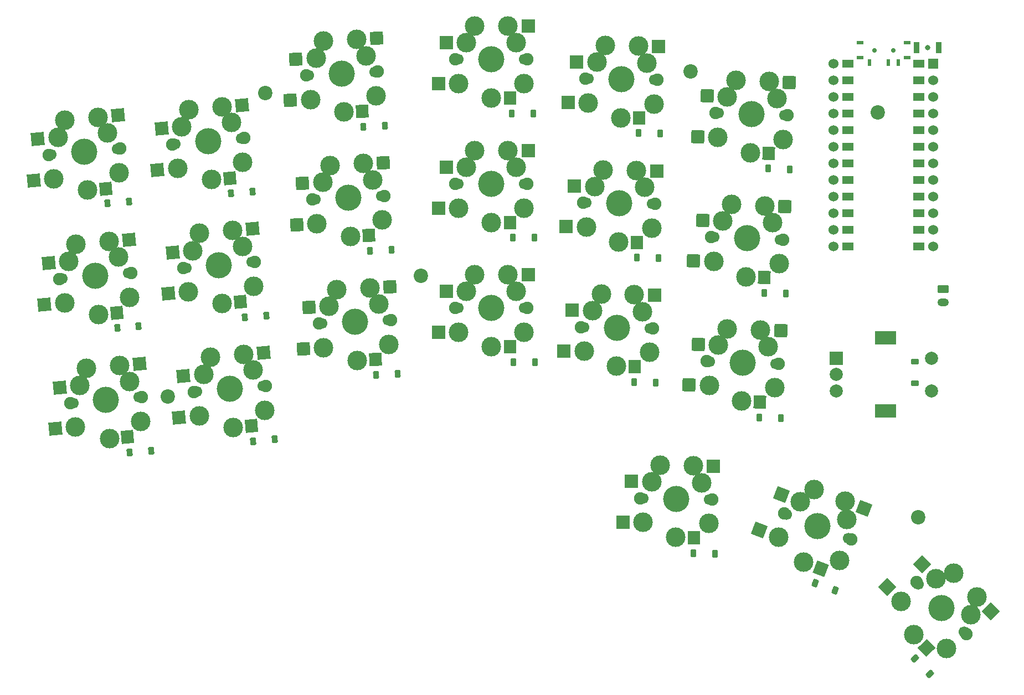
<source format=gbs>
G04 #@! TF.GenerationSoftware,KiCad,Pcbnew,8.0.4*
G04 #@! TF.CreationDate,2024-08-27T16:31:29+02:00*
G04 #@! TF.ProjectId,totem_0_3,746f7465-6d5f-4305-9f33-2e6b69636164,0.3*
G04 #@! TF.SameCoordinates,Original*
G04 #@! TF.FileFunction,Soldermask,Bot*
G04 #@! TF.FilePolarity,Negative*
%FSLAX46Y46*%
G04 Gerber Fmt 4.6, Leading zero omitted, Abs format (unit mm)*
G04 Created by KiCad (PCBNEW 8.0.4) date 2024-08-27 16:31:29*
%MOMM*%
%LPD*%
G01*
G04 APERTURE LIST*
G04 Aperture macros list*
%AMRoundRect*
0 Rectangle with rounded corners*
0 $1 Rounding radius*
0 $2 $3 $4 $5 $6 $7 $8 $9 X,Y pos of 4 corners*
0 Add a 4 corners polygon primitive as box body*
4,1,4,$2,$3,$4,$5,$6,$7,$8,$9,$2,$3,0*
0 Add four circle primitives for the rounded corners*
1,1,$1+$1,$2,$3*
1,1,$1+$1,$4,$5*
1,1,$1+$1,$6,$7*
1,1,$1+$1,$8,$9*
0 Add four rect primitives between the rounded corners*
20,1,$1+$1,$2,$3,$4,$5,0*
20,1,$1+$1,$4,$5,$6,$7,0*
20,1,$1+$1,$6,$7,$8,$9,0*
20,1,$1+$1,$8,$9,$2,$3,0*%
%AMRotRect*
0 Rectangle, with rotation*
0 The origin of the aperture is its center*
0 $1 length*
0 $2 width*
0 $3 Rotation angle, in degrees counterclockwise*
0 Add horizontal line*
21,1,$1,$2,0,0,$3*%
%AMFreePoly0*
4,1,6,0.600000,0.200000,0.000000,-0.400000,-0.600000,0.200000,-0.600000,0.400000,0.600000,0.400000,0.600000,0.200000,0.600000,0.200000,$1*%
%AMFreePoly1*
4,1,6,0.600000,-0.250000,-0.600000,-0.250000,-0.600000,1.000000,0.000000,0.400000,0.600000,1.000000,0.600000,-0.250000,0.600000,-0.250000,$1*%
G04 Aperture macros list end*
%ADD10C,0.200000*%
%ADD11C,2.200000*%
%ADD12RoundRect,0.225000X0.237950X0.366919X-0.211776X0.382624X-0.237950X-0.366919X0.211776X-0.382624X0*%
%ADD13RoundRect,0.225000X0.426051X0.098645X0.113454X0.422348X-0.426051X-0.098645X-0.113454X-0.422348X0*%
%ADD14C,1.900000*%
%ADD15C,1.700000*%
%ADD16C,3.000000*%
%ADD17C,4.000000*%
%ADD18RotRect,2.000000X2.000000X178.000000*%
%ADD19RotRect,1.900000X2.000000X178.000000*%
%ADD20RoundRect,0.225000X0.205066X0.386262X-0.244318X0.362710X-0.205066X-0.386262X0.244318X-0.362710X0*%
%ADD21RoundRect,0.225000X0.191460X0.393183X-0.256827X0.353963X-0.191460X-0.393183X0.256827X-0.353963X0*%
%ADD22RotRect,2.000000X2.000000X185.000000*%
%ADD23RotRect,1.900000X2.000000X185.000000*%
%ADD24C,0.700000*%
%ADD25RoundRect,0.225000X0.225000X0.375000X-0.225000X0.375000X-0.225000X-0.375000X0.225000X-0.375000X0*%
%ADD26RoundRect,0.225000X0.375000X-0.225000X0.375000X0.225000X-0.375000X0.225000X-0.375000X-0.225000X0*%
%ADD27RotRect,2.000000X2.000000X183.000000*%
%ADD28RotRect,1.900000X2.000000X183.000000*%
%ADD29RoundRect,0.250000X-0.625000X0.350000X-0.625000X-0.350000X0.625000X-0.350000X0.625000X0.350000X0*%
%ADD30O,1.750000X1.200000*%
%ADD31R,2.000000X2.000000*%
%ADD32R,1.900000X2.000000*%
%ADD33RoundRect,0.225000X0.231510X0.371016X-0.218421X0.378870X-0.231510X-0.371016X0.218421X-0.378870X0*%
%ADD34RotRect,2.000000X2.000000X179.000000*%
%ADD35RotRect,1.900000X2.000000X179.000000*%
%ADD36C,1.524000*%
%ADD37R,1.524000X1.524000*%
%ADD38FreePoly0,270.000000*%
%ADD39FreePoly0,90.000000*%
%ADD40FreePoly1,90.000000*%
%ADD41FreePoly1,270.000000*%
%ADD42RotRect,2.000000X2.000000X134.000000*%
%ADD43RotRect,1.900000X2.000000X134.000000*%
%ADD44C,2.000000*%
%ADD45R,3.200000X2.000000*%
%ADD46RotRect,2.000000X2.000000X159.000000*%
%ADD47RotRect,1.900000X2.000000X159.000000*%
%ADD48RoundRect,0.225000X0.344444X0.269460X-0.075668X0.430725X-0.344444X-0.269460X0.075668X-0.430725X0*%
%ADD49C,0.800000*%
%ADD50R,1.100000X0.600000*%
%ADD51R,1.000000X0.600000*%
%ADD52R,0.600000X1.000000*%
%ADD53R,0.900000X1.700000*%
G04 APERTURE END LIST*
D10*
X161085803Y-56155359D02*
X160069803Y-56155359D01*
X160069803Y-55139359D01*
X161085803Y-55139359D01*
X161085803Y-56155359D01*
G36*
X161085803Y-56155359D02*
G01*
X160069803Y-56155359D01*
X160069803Y-55139359D01*
X161085803Y-55139359D01*
X161085803Y-56155359D01*
G37*
X161085803Y-58695359D02*
X160069803Y-58695359D01*
X160069803Y-57679359D01*
X161085803Y-57679359D01*
X161085803Y-58695359D01*
G36*
X161085803Y-58695359D02*
G01*
X160069803Y-58695359D01*
X160069803Y-57679359D01*
X161085803Y-57679359D01*
X161085803Y-58695359D01*
G37*
X161085803Y-61235359D02*
X160069803Y-61235359D01*
X160069803Y-60219359D01*
X161085803Y-60219359D01*
X161085803Y-61235359D01*
G36*
X161085803Y-61235359D02*
G01*
X160069803Y-61235359D01*
X160069803Y-60219359D01*
X161085803Y-60219359D01*
X161085803Y-61235359D01*
G37*
X161085803Y-63775359D02*
X160069803Y-63775359D01*
X160069803Y-62759359D01*
X161085803Y-62759359D01*
X161085803Y-63775359D01*
G36*
X161085803Y-63775359D02*
G01*
X160069803Y-63775359D01*
X160069803Y-62759359D01*
X161085803Y-62759359D01*
X161085803Y-63775359D01*
G37*
X161085803Y-66315359D02*
X160069803Y-66315359D01*
X160069803Y-65299359D01*
X161085803Y-65299359D01*
X161085803Y-66315359D01*
G36*
X161085803Y-66315359D02*
G01*
X160069803Y-66315359D01*
X160069803Y-65299359D01*
X161085803Y-65299359D01*
X161085803Y-66315359D01*
G37*
X161085803Y-68855359D02*
X160069803Y-68855359D01*
X160069803Y-67839359D01*
X161085803Y-67839359D01*
X161085803Y-68855359D01*
G36*
X161085803Y-68855359D02*
G01*
X160069803Y-68855359D01*
X160069803Y-67839359D01*
X161085803Y-67839359D01*
X161085803Y-68855359D01*
G37*
X161085803Y-71395359D02*
X160069803Y-71395359D01*
X160069803Y-70379359D01*
X161085803Y-70379359D01*
X161085803Y-71395359D01*
G36*
X161085803Y-71395359D02*
G01*
X160069803Y-71395359D01*
X160069803Y-70379359D01*
X161085803Y-70379359D01*
X161085803Y-71395359D01*
G37*
X161085803Y-73935360D02*
X160069803Y-73935359D01*
X160069803Y-72919359D01*
X161085803Y-72919359D01*
X161085803Y-73935360D01*
G36*
X161085803Y-73935360D02*
G01*
X160069803Y-73935359D01*
X160069803Y-72919359D01*
X161085803Y-72919359D01*
X161085803Y-73935360D01*
G37*
X161085803Y-76475359D02*
X160069803Y-76475359D01*
X160069803Y-75459359D01*
X161085803Y-75459359D01*
X161085803Y-76475359D01*
G36*
X161085803Y-76475359D02*
G01*
X160069803Y-76475359D01*
X160069803Y-75459359D01*
X161085803Y-75459359D01*
X161085803Y-76475359D01*
G37*
X161085803Y-79015359D02*
X160069803Y-79015359D01*
X160069803Y-77999359D01*
X161085803Y-77999359D01*
X161085803Y-79015359D01*
G36*
X161085803Y-79015359D02*
G01*
X160069803Y-79015359D01*
X160069803Y-77999359D01*
X161085803Y-77999359D01*
X161085803Y-79015359D01*
G37*
X161085803Y-81555359D02*
X160069803Y-81555359D01*
X160069803Y-80539359D01*
X161085803Y-80539359D01*
X161085803Y-81555359D01*
G36*
X161085803Y-81555359D02*
G01*
X160069803Y-81555359D01*
X160069803Y-80539359D01*
X161085803Y-80539359D01*
X161085803Y-81555359D01*
G37*
X161085803Y-84095359D02*
X160069803Y-84095359D01*
X160069804Y-83079359D01*
X161085803Y-83079359D01*
X161085803Y-84095359D01*
G36*
X161085803Y-84095359D02*
G01*
X160069803Y-84095359D01*
X160069804Y-83079359D01*
X161085803Y-83079359D01*
X161085803Y-84095359D01*
G37*
X172261802Y-56155359D02*
X171245803Y-56155359D01*
X171245803Y-55139359D01*
X172261803Y-55139359D01*
X172261802Y-56155359D01*
G36*
X172261802Y-56155359D02*
G01*
X171245803Y-56155359D01*
X171245803Y-55139359D01*
X172261803Y-55139359D01*
X172261802Y-56155359D01*
G37*
X172261803Y-58695359D02*
X171245803Y-58695359D01*
X171245803Y-57679359D01*
X172261803Y-57679359D01*
X172261803Y-58695359D01*
G36*
X172261803Y-58695359D02*
G01*
X171245803Y-58695359D01*
X171245803Y-57679359D01*
X172261803Y-57679359D01*
X172261803Y-58695359D01*
G37*
X172261803Y-61235359D02*
X171245803Y-61235359D01*
X171245803Y-60219359D01*
X172261803Y-60219359D01*
X172261803Y-61235359D01*
G36*
X172261803Y-61235359D02*
G01*
X171245803Y-61235359D01*
X171245803Y-60219359D01*
X172261803Y-60219359D01*
X172261803Y-61235359D01*
G37*
X172261803Y-63775359D02*
X171245803Y-63775359D01*
X171245803Y-62759359D01*
X172261803Y-62759359D01*
X172261803Y-63775359D01*
G36*
X172261803Y-63775359D02*
G01*
X171245803Y-63775359D01*
X171245803Y-62759359D01*
X172261803Y-62759359D01*
X172261803Y-63775359D01*
G37*
X172261803Y-65299359D02*
X172261803Y-66315359D01*
X171245803Y-66315359D01*
X171245803Y-65299358D01*
X172261803Y-65299359D01*
G36*
X172261803Y-65299359D02*
G01*
X172261803Y-66315359D01*
X171245803Y-66315359D01*
X171245803Y-65299358D01*
X172261803Y-65299359D01*
G37*
X172261803Y-68855359D02*
X171245803Y-68855359D01*
X171245803Y-67839359D01*
X172261803Y-67839359D01*
X172261803Y-68855359D01*
G36*
X172261803Y-68855359D02*
G01*
X171245803Y-68855359D01*
X171245803Y-67839359D01*
X172261803Y-67839359D01*
X172261803Y-68855359D01*
G37*
X172261803Y-71395359D02*
X171245803Y-71395359D01*
X171245803Y-70379359D01*
X172261803Y-70379359D01*
X172261803Y-71395359D01*
G36*
X172261803Y-71395359D02*
G01*
X171245803Y-71395359D01*
X171245803Y-70379359D01*
X172261803Y-70379359D01*
X172261803Y-71395359D01*
G37*
X172261803Y-73935359D02*
X171245803Y-73935359D01*
X171245803Y-72919359D01*
X172261803Y-72919359D01*
X172261803Y-73935359D01*
G36*
X172261803Y-73935359D02*
G01*
X171245803Y-73935359D01*
X171245803Y-72919359D01*
X172261803Y-72919359D01*
X172261803Y-73935359D01*
G37*
X172261803Y-76475359D02*
X171245803Y-76475359D01*
X171245803Y-75459359D01*
X172261803Y-75459359D01*
X172261803Y-76475359D01*
G36*
X172261803Y-76475359D02*
G01*
X171245803Y-76475359D01*
X171245803Y-75459359D01*
X172261803Y-75459359D01*
X172261803Y-76475359D01*
G37*
X172261803Y-79015359D02*
X171245803Y-79015359D01*
X171245803Y-77999359D01*
X172261803Y-77999359D01*
X172261803Y-79015359D01*
G36*
X172261803Y-79015359D02*
G01*
X171245803Y-79015359D01*
X171245803Y-77999359D01*
X172261803Y-77999359D01*
X172261803Y-79015359D01*
G37*
X172261803Y-81555359D02*
X171245803Y-81555359D01*
X171245803Y-80539359D01*
X172261803Y-80539359D01*
X172261803Y-81555359D01*
G36*
X172261803Y-81555359D02*
G01*
X171245803Y-81555359D01*
X171245803Y-80539359D01*
X172261803Y-80539359D01*
X172261803Y-81555359D01*
G37*
X172261803Y-84095359D02*
X171245803Y-84095359D01*
X171245803Y-83079359D01*
X172261803Y-83079359D01*
X172261803Y-84095359D01*
G36*
X172261803Y-84095359D02*
G01*
X171245803Y-84095359D01*
X171245803Y-83079359D01*
X172261803Y-83079359D01*
X172261803Y-84095359D01*
G37*
D11*
X95440800Y-88088400D03*
X165265400Y-63145600D03*
X136665000Y-56846400D03*
X171463000Y-125045400D03*
X56756600Y-106528800D03*
X71666400Y-60199200D03*
D12*
X150443764Y-109876821D03*
X147145774Y-109761653D03*
D13*
X173227579Y-149022003D03*
X170935207Y-146648181D03*
D14*
X139154668Y-101186064D03*
D15*
X139574413Y-101200722D03*
D16*
X139525236Y-104901260D03*
X140932284Y-98706591D03*
X142290155Y-96212461D03*
D17*
X144651318Y-101378011D03*
D16*
X144445411Y-107274417D03*
X147367060Y-96389750D03*
X148547642Y-98972525D03*
X149519144Y-105250255D03*
D15*
X149728223Y-101555300D03*
D14*
X150147968Y-101569958D03*
D18*
X136427124Y-104793071D03*
X137844166Y-98598752D03*
D19*
X147243705Y-107372135D03*
D18*
X150425196Y-96496543D03*
D20*
X89900106Y-65168417D03*
X86604628Y-65341125D03*
D21*
X54162291Y-114840647D03*
X50874849Y-115128261D03*
D14*
X57427684Y-68017449D03*
D15*
X57846086Y-67980843D03*
D16*
X58248258Y-71659791D03*
X58889878Y-65339821D03*
X59933669Y-62698799D03*
D17*
X62906755Y-67538092D03*
D16*
X63420974Y-73415641D03*
X64994338Y-62256047D03*
X66480881Y-64675694D03*
X68210205Y-70788234D03*
D15*
X67967424Y-67095341D03*
D14*
X68385826Y-67058735D03*
D22*
X55160054Y-71929974D03*
X55811636Y-65609132D03*
D23*
X66210319Y-73171605D03*
D22*
X68042694Y-61989351D03*
D12*
X151185638Y-90815700D03*
X147887648Y-90700532D03*
D24*
X164738400Y-53642400D03*
X167638400Y-53642400D03*
D25*
X112850096Y-101354821D03*
X109550096Y-101354821D03*
D26*
X170980400Y-104495800D03*
X170980400Y-101195800D03*
D14*
X77866346Y-57477196D03*
D15*
X78285770Y-57455215D03*
D16*
X78559303Y-61145957D03*
X79421096Y-54852229D03*
X80556422Y-52249243D03*
D17*
X83358808Y-57189348D03*
D16*
X83667590Y-63081262D03*
X85629460Y-51983377D03*
X87030653Y-54453429D03*
X88545599Y-60622597D03*
D15*
X88431846Y-56923481D03*
D14*
X88851270Y-56901500D03*
D27*
X75463552Y-61308199D03*
X76335331Y-55013947D03*
D28*
X86463753Y-62934722D03*
D27*
X88685267Y-51823229D03*
D29*
X175298400Y-90145800D03*
D30*
X175298400Y-92145800D03*
D12*
X151823317Y-71827187D03*
X148525327Y-71712019D03*
D25*
X112596095Y-63280222D03*
X109296095Y-63280222D03*
D20*
X90951349Y-84142363D03*
X87655871Y-84315071D03*
D14*
X100721522Y-74041942D03*
D15*
X101141522Y-74041942D03*
D16*
X101221522Y-77741942D03*
X102411522Y-71501942D03*
X103681522Y-68961942D03*
D17*
X106221522Y-74041942D03*
D16*
X106221522Y-79941942D03*
X108761522Y-68961942D03*
X110031522Y-71501942D03*
X111221522Y-77741942D03*
D15*
X111301522Y-74041942D03*
D14*
X111721522Y-74041942D03*
D31*
X98121522Y-77741942D03*
X99321522Y-71501942D03*
D32*
X109021522Y-79941942D03*
D31*
X111821522Y-68961942D03*
D21*
X71820521Y-94167593D03*
X68533079Y-94455207D03*
D33*
X131324436Y-104408977D03*
X128024938Y-104351383D03*
D14*
X140480850Y-63209210D03*
D15*
X140900595Y-63223868D03*
D16*
X140851418Y-66924406D03*
X142258466Y-60729737D03*
X143616337Y-58235607D03*
D17*
X145977500Y-63401157D03*
D16*
X145771593Y-69297563D03*
X148693242Y-58412896D03*
X149873824Y-60995671D03*
X150845326Y-67273401D03*
D15*
X151054405Y-63578446D03*
D14*
X151474150Y-63593104D03*
D18*
X137753306Y-66816217D03*
X139170348Y-60621898D03*
D19*
X148569887Y-69395281D03*
D18*
X151751378Y-58519689D03*
D33*
X131988929Y-66340177D03*
X128689431Y-66282583D03*
D14*
X40155945Y-88601105D03*
D15*
X40574347Y-88564499D03*
D16*
X40976519Y-92243447D03*
X41618139Y-85923477D03*
X42661930Y-83282455D03*
D17*
X45635016Y-88121748D03*
D16*
X46149235Y-93999297D03*
X47722599Y-82839703D03*
X49209142Y-85259350D03*
X50938466Y-91371890D03*
D15*
X50695685Y-87678997D03*
D14*
X51114087Y-87642391D03*
D22*
X37888315Y-92513630D03*
X38539897Y-86192788D03*
D23*
X48938580Y-93755261D03*
D22*
X50770955Y-82573007D03*
D20*
X91857728Y-103105901D03*
X88562250Y-103278609D03*
D21*
X73050737Y-113114114D03*
X69763295Y-113401728D03*
D14*
X100721521Y-55041941D03*
D15*
X101141521Y-55041941D03*
D16*
X101221521Y-58741941D03*
X102411521Y-52501941D03*
X103681521Y-49961941D03*
D17*
X106221521Y-55041941D03*
D16*
X106221521Y-60941941D03*
X108761521Y-49961941D03*
X110031521Y-52501941D03*
X111221521Y-58741941D03*
D15*
X111301521Y-55041941D03*
D14*
X111721521Y-55041941D03*
D31*
X98121521Y-58741941D03*
X99321521Y-52501941D03*
D32*
X109021521Y-60941941D03*
D31*
X111821521Y-49961941D03*
D14*
X120605548Y-57951737D03*
D15*
X121025484Y-57959067D03*
D16*
X121040898Y-61659899D03*
X122339619Y-55441618D03*
X123653755Y-52924170D03*
D17*
X126104710Y-58047725D03*
D16*
X126001741Y-63946826D03*
X128732981Y-53012828D03*
X129958459Y-55574606D03*
X131039375Y-61834424D03*
D15*
X131183936Y-58136383D03*
D14*
X131603872Y-58143713D03*
D34*
X117941370Y-61605797D03*
X119250090Y-55387690D03*
D35*
X128801314Y-63995693D03*
D34*
X131792515Y-53066232D03*
D21*
X52292906Y-95804938D03*
X49005464Y-96092552D03*
D36*
X173785803Y-55647359D03*
D37*
X173785803Y-55647359D03*
D38*
X172007803Y-55647359D03*
D39*
X160323803Y-55647359D03*
D36*
X158545803Y-55647359D03*
X173785803Y-58187359D03*
D38*
X172007803Y-58187359D03*
D39*
X160323803Y-58187359D03*
D36*
X158545803Y-58187359D03*
X173785803Y-60727359D03*
D38*
X172007803Y-60727359D03*
D39*
X160323803Y-60727359D03*
D36*
X158545803Y-60727359D03*
X173785803Y-63267359D03*
D39*
X160323803Y-63267359D03*
D36*
X158545803Y-63267359D03*
D38*
X172007803Y-63267360D03*
D36*
X173785803Y-65807359D03*
D38*
X172007803Y-65807359D03*
D39*
X160323803Y-65807359D03*
D36*
X158545803Y-65807359D03*
X173785803Y-68347359D03*
D38*
X172007803Y-68347359D03*
D39*
X160323803Y-68347359D03*
D36*
X158545803Y-68347359D03*
X173785803Y-70887359D03*
D38*
X172007803Y-70887359D03*
D39*
X160323803Y-70887359D03*
D36*
X158545803Y-70887359D03*
X173785803Y-73427359D03*
D38*
X172007803Y-73427359D03*
D39*
X160323803Y-73427359D03*
D36*
X158545803Y-73427359D03*
D39*
X160323803Y-75967358D03*
D36*
X173785803Y-75967359D03*
D38*
X172007803Y-75967359D03*
D36*
X158545803Y-75967359D03*
X173785803Y-78507359D03*
D38*
X172007803Y-78507359D03*
D39*
X160323803Y-78507359D03*
D36*
X158545803Y-78507359D03*
X173785803Y-81047359D03*
D38*
X172007803Y-81047359D03*
D39*
X160323803Y-81047359D03*
D36*
X158545803Y-81047359D03*
X173785803Y-83587359D03*
D38*
X172007803Y-83587359D03*
D39*
X160323803Y-83587359D03*
D36*
X158545803Y-83587359D03*
D40*
X161339803Y-55647359D03*
X161339803Y-58187359D03*
X161339803Y-60727359D03*
X161339803Y-63267359D03*
X161339803Y-65807359D03*
X161339803Y-68347359D03*
X161339803Y-70887359D03*
X161339803Y-73427359D03*
X161339803Y-75967359D03*
X161339803Y-78507359D03*
X161339803Y-81047359D03*
X161339803Y-83587359D03*
D41*
X170991803Y-83587359D03*
X170991803Y-81047359D03*
X170991803Y-78507359D03*
X170991803Y-75967359D03*
X170991803Y-73427359D03*
X170991803Y-70887359D03*
X170991803Y-68347359D03*
X170991803Y-65807359D03*
X170991803Y-63267359D03*
X170991803Y-60727359D03*
X170991803Y-58187359D03*
X170991803Y-55647359D03*
D14*
X128987148Y-122107790D03*
D15*
X129407084Y-122115120D03*
D16*
X129422498Y-125815952D03*
X130721219Y-119597671D03*
X132035355Y-117080223D03*
D17*
X134486310Y-122203778D03*
D16*
X134383341Y-128102879D03*
X137114581Y-117168881D03*
X138340059Y-119730659D03*
X139420975Y-125990477D03*
D15*
X139565536Y-122292436D03*
D14*
X139985472Y-122299766D03*
D34*
X126322970Y-125761850D03*
X127631690Y-119543743D03*
D35*
X137182914Y-128151746D03*
D34*
X140174115Y-117222285D03*
D21*
X50795456Y-76762961D03*
X47508014Y-77050575D03*
D14*
X78860731Y-76451153D03*
D15*
X79280155Y-76429172D03*
D16*
X79553688Y-80119914D03*
X80415481Y-73826186D03*
X81550807Y-71223200D03*
D17*
X84353193Y-76163305D03*
D16*
X84661975Y-82055219D03*
X86623845Y-70957334D03*
X88025038Y-73427386D03*
X89539984Y-79596554D03*
D15*
X89426231Y-75897438D03*
D14*
X89845655Y-75875457D03*
D27*
X76457937Y-80282156D03*
X77329716Y-73987904D03*
D28*
X87458138Y-81908679D03*
D27*
X89679652Y-70797186D03*
D14*
X171169454Y-134955226D03*
D15*
X171461210Y-135257349D03*
D16*
X168855226Y-137885132D03*
X174170550Y-134406478D03*
X176879889Y-133555607D03*
D17*
X174990075Y-138911595D03*
D16*
X170745970Y-143010079D03*
X180408753Y-137209854D03*
X179463846Y-139887847D03*
X175801810Y-145078530D03*
D15*
X178518940Y-142565841D03*
D14*
X178810696Y-142867964D03*
D42*
X166701785Y-135655179D03*
X172024055Y-132183718D03*
D43*
X172691014Y-145024231D03*
D42*
X182534408Y-139411033D03*
D14*
X139817759Y-82197639D03*
D15*
X140237504Y-82212297D03*
D16*
X140188327Y-85912835D03*
X141595375Y-79718166D03*
X142953246Y-77224036D03*
D17*
X145314409Y-82389586D03*
D16*
X145108502Y-88285992D03*
X148030151Y-77401325D03*
X149210733Y-79984100D03*
X150182235Y-86261830D03*
D15*
X150391314Y-82566875D03*
D14*
X150811059Y-82581533D03*
D18*
X137090215Y-85804646D03*
X138507257Y-79610327D03*
D19*
X147906796Y-88383710D03*
D18*
X151088287Y-77508118D03*
D31*
X158955200Y-100701400D03*
D44*
X158955200Y-105701400D03*
X158955200Y-103201400D03*
D45*
X166455200Y-97601400D03*
X166455200Y-108801400D03*
D44*
X173455200Y-105701400D03*
X173455200Y-100701400D03*
D14*
X41816262Y-107578614D03*
D15*
X42234664Y-107542008D03*
D16*
X42636836Y-111220956D03*
X43278456Y-104900986D03*
X44322247Y-102259964D03*
D17*
X47295333Y-107099257D03*
D16*
X47809552Y-112976806D03*
X49382916Y-101817212D03*
X50869459Y-104236859D03*
X52598783Y-110349399D03*
D15*
X52356002Y-106656506D03*
D14*
X52774404Y-106619900D03*
D22*
X39548632Y-111491139D03*
X40200214Y-105170297D03*
D23*
X50598897Y-112732770D03*
D22*
X52431272Y-101550516D03*
D14*
X60739601Y-105872848D03*
D15*
X61158003Y-105836242D03*
D16*
X61560175Y-109515190D03*
X62201795Y-103195220D03*
X63245586Y-100554198D03*
D17*
X66218672Y-105393491D03*
D16*
X66732891Y-111271040D03*
X68306255Y-100111446D03*
X69792798Y-102531093D03*
X71522122Y-108643633D03*
D15*
X71279341Y-104950740D03*
D14*
X71697743Y-104914134D03*
D22*
X58471971Y-109785373D03*
X59123553Y-103464531D03*
D23*
X69522236Y-111027004D03*
D22*
X71354611Y-99844750D03*
D14*
X100721519Y-93041939D03*
D15*
X101141519Y-93041939D03*
D16*
X101221519Y-96741939D03*
X102411519Y-90501939D03*
X103681519Y-87961939D03*
D17*
X106221519Y-93041939D03*
D16*
X106221519Y-98941939D03*
X108761519Y-87961939D03*
X110031519Y-90501939D03*
X111221519Y-96741939D03*
D15*
X111301519Y-93041939D03*
D14*
X111721519Y-93041939D03*
D31*
X98121519Y-96741939D03*
X99321519Y-90501939D03*
D32*
X109021519Y-98941939D03*
D31*
X111821519Y-87961939D03*
D21*
X69682820Y-75238017D03*
X66395378Y-75525631D03*
D14*
X79855113Y-95425119D03*
D15*
X80274537Y-95403138D03*
D16*
X80548070Y-99093880D03*
X81409863Y-92800152D03*
X82545189Y-90197166D03*
D17*
X85347575Y-95137271D03*
D16*
X85656357Y-101029185D03*
X87618227Y-89931300D03*
X89019420Y-92401352D03*
X90534366Y-98570520D03*
D15*
X90420613Y-94871404D03*
D14*
X90840037Y-94849423D03*
D27*
X77452319Y-99256122D03*
X78324098Y-92961870D03*
D28*
X88452520Y-100882645D03*
D27*
X90674034Y-89771152D03*
D14*
X150957882Y-124432589D03*
D15*
X151349985Y-124583104D03*
D16*
X150098710Y-128066021D03*
X153445887Y-122666937D03*
X155541789Y-120750770D03*
D17*
X156092574Y-126403613D03*
D16*
X153978203Y-131911738D03*
X160284377Y-122571279D03*
X160559770Y-125397701D03*
X159434515Y-131649700D03*
D15*
X160835163Y-128224122D03*
D14*
X161227266Y-128374637D03*
D46*
X147204611Y-126955080D03*
X150561124Y-121559580D03*
D47*
X156592228Y-132915168D03*
D46*
X163141135Y-123667885D03*
D33*
X131732648Y-85388606D03*
X128433150Y-85331012D03*
D48*
X158798438Y-136239116D03*
X155717624Y-135056502D03*
D33*
X140368658Y-130580408D03*
X137069160Y-130522814D03*
D14*
X38495628Y-69623596D03*
D15*
X38914030Y-69586990D03*
D16*
X39316202Y-73265938D03*
X39957822Y-66945968D03*
X41001613Y-64304946D03*
D17*
X43974699Y-69144239D03*
D16*
X44488918Y-75021788D03*
X46062282Y-63862194D03*
X47548825Y-66281841D03*
X49278149Y-72394381D03*
D15*
X49035368Y-68701488D03*
D14*
X49453770Y-68664882D03*
D22*
X36227998Y-73536121D03*
X36879580Y-67215279D03*
D23*
X47278263Y-74777752D03*
D22*
X49110638Y-63595498D03*
D25*
X112780634Y-82265360D03*
X109480634Y-82265360D03*
D14*
X119942360Y-95945954D03*
D15*
X120362296Y-95953284D03*
D16*
X120377710Y-99654116D03*
X121676431Y-93435835D03*
X122990567Y-90918387D03*
D17*
X125441522Y-96041942D03*
D16*
X125338553Y-101941043D03*
X128069793Y-91007045D03*
X129295271Y-93568823D03*
X130376187Y-99828641D03*
D15*
X130520748Y-96130600D03*
D14*
X130940684Y-96137930D03*
D34*
X117278182Y-99600014D03*
X118586902Y-93381907D03*
D35*
X128138126Y-101989910D03*
D34*
X131129327Y-91060449D03*
D14*
X120273954Y-76948846D03*
D15*
X120693890Y-76956176D03*
D16*
X120709304Y-80657008D03*
X122008025Y-74438727D03*
X123322161Y-71921279D03*
D17*
X125773116Y-77044834D03*
D16*
X125670147Y-82943935D03*
X128401387Y-72009937D03*
X129626865Y-74571715D03*
X130707781Y-80831533D03*
D15*
X130852342Y-77133492D03*
D14*
X131272278Y-77140822D03*
D34*
X117609776Y-80602906D03*
X118918496Y-74384799D03*
D35*
X128469720Y-82992802D03*
D34*
X131460921Y-72063341D03*
D14*
X59083641Y-86945149D03*
D15*
X59502043Y-86908543D03*
D16*
X59904215Y-90587491D03*
X60545835Y-84267521D03*
X61589626Y-81626499D03*
D17*
X64562712Y-86465792D03*
D16*
X65076931Y-92343341D03*
X66650295Y-81183747D03*
X68136838Y-83603394D03*
X69866162Y-89715934D03*
D15*
X69623381Y-86023041D03*
D14*
X70041783Y-85986435D03*
D22*
X56816011Y-90857674D03*
X57467593Y-84536832D03*
D23*
X67866276Y-92099305D03*
D22*
X69698651Y-80917051D03*
D49*
X172894400Y-53188800D03*
D50*
X169788400Y-52499400D03*
D51*
X162588400Y-52499400D03*
D24*
X167638400Y-53642400D03*
X164738400Y-53642400D03*
D51*
X169788400Y-54785400D03*
D50*
X162588400Y-54785400D03*
D52*
X163988400Y-55492400D03*
X166888400Y-55492400D03*
X168388400Y-55492400D03*
D53*
X171194400Y-53188800D03*
X174594400Y-53188800D03*
D49*
X172894400Y-53188800D03*
M02*

</source>
